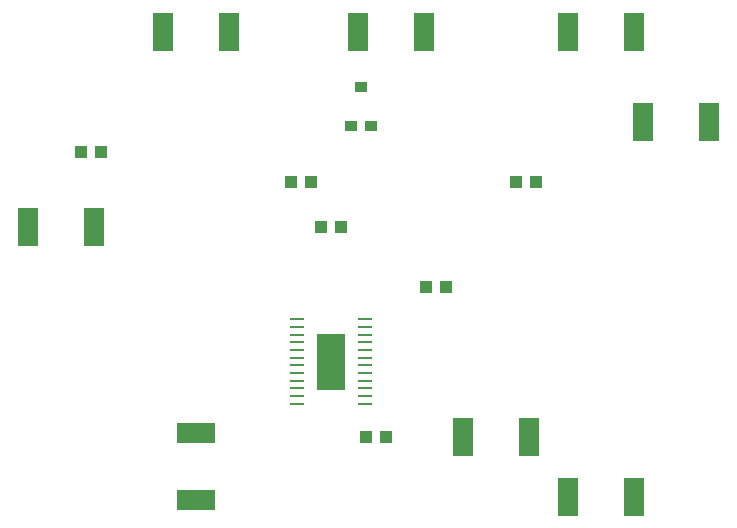
<source format=gtp>
G04 EAGLE Gerber RS-274X export*
G75*
%MOMM*%
%FSLAX34Y34*%
%LPD*%
%INSolderpaste Top*%
%IPPOS*%
%AMOC8*
5,1,8,0,0,1.08239X$1,22.5*%
G01*
%ADD10R,1.100000X1.000000*%
%ADD11R,2.400000X4.800000*%
%ADD12R,1.170000X0.250000*%
%ADD13R,1.800000X3.200000*%
%ADD14R,3.200000X1.800000*%
%ADD15R,1.000000X0.900000*%
%ADD16R,1.100000X0.900000*%


D10*
X423300Y317500D03*
X440300Y317500D03*
X182000Y558800D03*
X199000Y558800D03*
X550300Y533400D03*
X567300Y533400D03*
X474100Y444500D03*
X491100Y444500D03*
X385200Y495300D03*
X402200Y495300D03*
X359800Y533400D03*
X376800Y533400D03*
D11*
X393700Y381000D03*
D12*
X364750Y416750D03*
X364750Y410250D03*
X364750Y403750D03*
X364750Y397250D03*
X364750Y390750D03*
X364750Y384250D03*
X364750Y377750D03*
X364750Y371250D03*
X364750Y364750D03*
X364750Y358250D03*
X364750Y351750D03*
X364750Y345250D03*
X422650Y345250D03*
X422650Y351750D03*
X422650Y358250D03*
X422650Y364750D03*
X422650Y371250D03*
X422650Y377750D03*
X422650Y384250D03*
X422650Y390750D03*
X422650Y397250D03*
X422650Y403750D03*
X422650Y410250D03*
X422650Y416750D03*
D13*
X594300Y266700D03*
X650300Y266700D03*
X594300Y660400D03*
X650300Y660400D03*
X307400Y660400D03*
X251400Y660400D03*
X561400Y317500D03*
X505400Y317500D03*
D14*
X279400Y264100D03*
X279400Y320100D03*
D13*
X657800Y584200D03*
X713800Y584200D03*
X472500Y660400D03*
X416500Y660400D03*
X137100Y495300D03*
X193100Y495300D03*
D15*
X410600Y580400D03*
D16*
X419100Y613400D03*
D15*
X427600Y580400D03*
M02*

</source>
